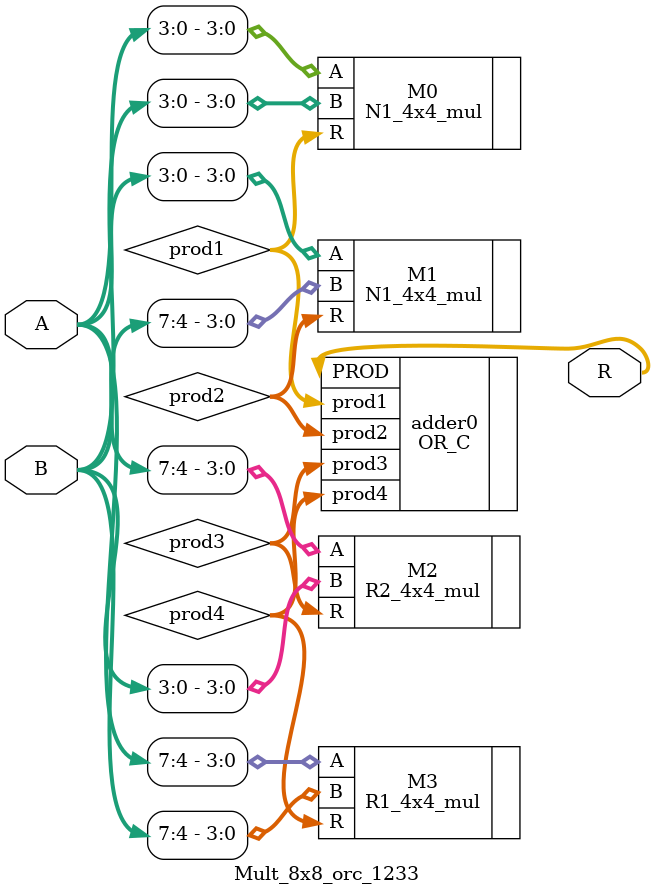
<source format=v>
module Mult_8x8_orc_1233(
input [7:0] A,
input [7:0] B,
output [15:0]R
);
wire [7:0]prod1;
wire [7:0]prod2;
wire [7:0]prod3;
wire [7:0]prod4;

N1_4x4_mul M0(.A(A[3:0]),.B(B[3:0]),.R(prod1));
N1_4x4_mul M1(.A(A[3:0]),.B(B[7:4]),.R(prod2));
R2_4x4_mul M2(.A(A[7:4]),.B(B[3:0]),.R(prod3));
R1_4x4_mul M3(.A(A[7:4]),.B(B[7:4]),.R(prod4));
OR_C adder0(.prod1(prod1),.prod2(prod2),.prod3(prod3),.prod4(prod4),.PROD(R));
endmodule

</source>
